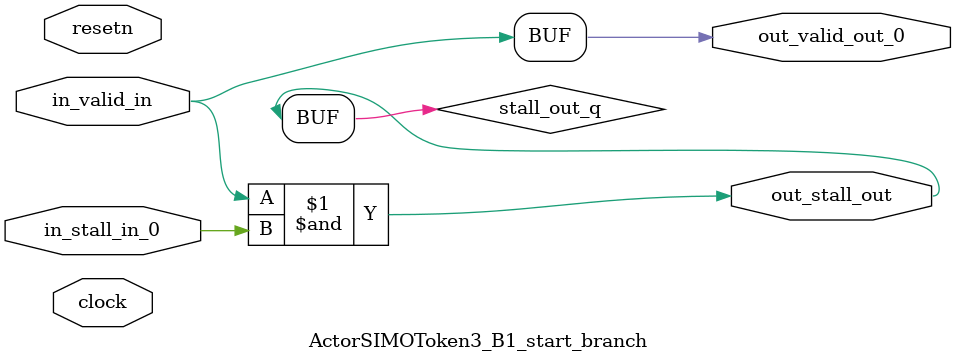
<source format=sv>



(* altera_attribute = "-name AUTO_SHIFT_REGISTER_RECOGNITION OFF; -name MESSAGE_DISABLE 10036; -name MESSAGE_DISABLE 10037; -name MESSAGE_DISABLE 14130; -name MESSAGE_DISABLE 14320; -name MESSAGE_DISABLE 15400; -name MESSAGE_DISABLE 14130; -name MESSAGE_DISABLE 10036; -name MESSAGE_DISABLE 12020; -name MESSAGE_DISABLE 12030; -name MESSAGE_DISABLE 12010; -name MESSAGE_DISABLE 12110; -name MESSAGE_DISABLE 14320; -name MESSAGE_DISABLE 13410; -name MESSAGE_DISABLE 113007; -name MESSAGE_DISABLE 10958" *)
module ActorSIMOToken3_B1_start_branch (
    input wire [0:0] in_stall_in_0,
    input wire [0:0] in_valid_in,
    output wire [0:0] out_stall_out,
    output wire [0:0] out_valid_out_0,
    input wire clock,
    input wire resetn
    );

    wire [0:0] stall_out_q;


    // stall_out(LOGICAL,6)
    assign stall_out_q = in_valid_in & in_stall_in_0;

    // out_stall_out(GPOUT,4)
    assign out_stall_out = stall_out_q;

    // out_valid_out_0(GPOUT,5)
    assign out_valid_out_0 = in_valid_in;

endmodule

</source>
